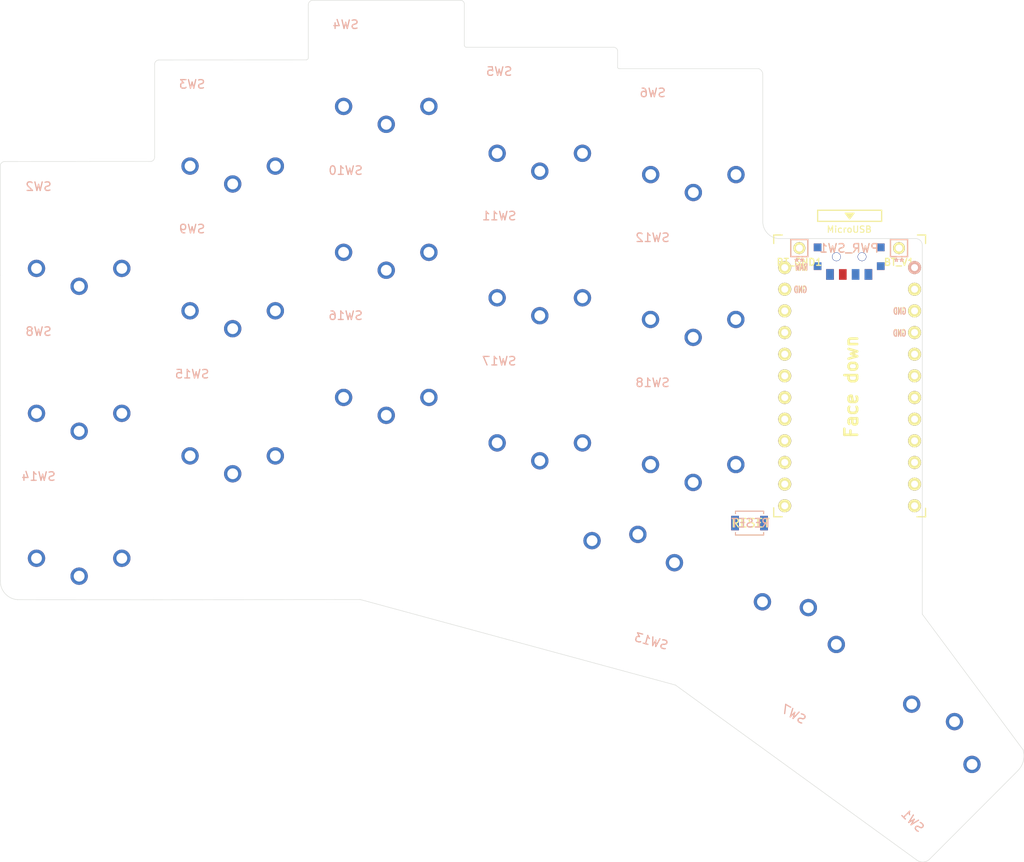
<source format=kicad_pcb>
(kicad_pcb (version 20211014) (generator pcbnew)
  (layers (0 "F.Cu" signal) (31 "B.Cu" signal) (34 "B.Paste" user) (35 "F.Paste" user) (36 "B.SilkS" user "B.Silkscreen") (37 "F.SilkS" user "F.Silkscreen") (38 "B.Mask" user) (39 "F.Mask" user) (44 "Edge.Cuts" user))
  (net 0 "")
  (net 1 "Net-(BT_V1-Pad1)")
  (net 2 "Net-(RSW1-Pad1)")
  (net 3 "GND")
  (net 4 "switch1")
  (net 5 "switch6")
  (net 6 "switch11")
  (net 7 "switch16")
  (net 8 "switch2")
  (net 9 "switch7")
  (net 10 "switch12")
  (net 11 "switch17")
  (net 12 "switch3")
  (net 13 "switch8")
  (net 14 "switch13")
  (net 15 "switch18")
  (net 16 "switch4")
  (net 17 "switch9")
  (net 18 "switch14")
  (net 19 "switch5")
  (net 20 "switch10")
  (net 21 "switch15")
  (net 40 "VCC")
  (net 41 "Net-(PWR_SW1-Pad3)")
  (footprint "kbd:ProMicro_v3_min" (layer "F.Cu") (at 120.711158 67.564)
    (fp_text reference "U1" hide)
    (fp_text value "ProMicro" hide)
    (fp_text user "RAW" (at -5.64 -14.52 unlocked) (layer "B.SilkS") (effects (font (size 0.75 0.5) (thickness 0.125)) (justify mirror)))
    (fp_text user "GND" (at -5.77 -11.88) (layer "B.SilkS") (effects (font (size 0.75 0.5) (thickness 0.125)) (justify mirror)))
    (fp_text user "" (at -1.2065 -16.256) (layer "B.SilkS") (effects (justify mirror)))
    (fp_text user "GND" (at 5.88 -9.35) (layer "B.SilkS") (effects (font (size 0.75 0.5) (thickness 0.125)) (justify mirror)))
    (fp_text user "GND" (at 5.86 -6.77) (layer "B.SilkS") (effects (font (size 0.75 0.5) (thickness 0.125)) (justify mirror)))
    (fp_text user "GND" (at -5.77 -11.91) (layer "F.SilkS") (effects (font (size 0.75 0.5) (thickness 0.125))))
    (fp_text user "GND" (at 5.86 -6.8) (layer "F.SilkS") (effects (font (size 0.75 0.5) (thickness 0.125))))
    (fp_text user "" (at -0.5 -17.25) (layer "F.SilkS"))
    (fp_text user "GND" (at 5.88 -9.38) (layer "F.SilkS") (effects (font (size 0.75 0.5) (thickness 0.125))))
    (fp_text user "MicroUSB" (at -0.05 -18.95) (layer "F.SilkS") (effects (font (size 0.75 0.75) (thickness 0.12))))
    (fp_text user "RAW" (at -5.646009 -14.477575) (layer "F.SilkS") (effects (font (size 0.75 0.5) (thickness 0.125))))
    (fp_line (start 8.9 14.75) (end 7.89 14.75) (layer "F.SilkS") (width 0.15))
    (fp_line (start 0.5 -20.85) (end 0 -20.2) (layer "F.SilkS") (width 0.15))
    (fp_line (start -8.9 14.75) (end -7.9 14.75) (layer "F.SilkS") (width 0.15))
    (fp_line (start -8.9 -18.3) (end -7.9 -18.3) (layer "F.SilkS") (width 0.15))
    (fp_line (start 3.75 -21.2) (end -3.75 -21.2) (layer "F.SilkS") (width 0.15))
    (fp_line (start -0.15 -20.4) (end 0.15 -20.4) (layer "F.SilkS") (width 0.15))
    (fp_line (start -0.5 -20.85) (end 0.5 -20.85) (layer "F.SilkS") (width 0.15))
    (fp_line (start 8.9 -18.3) (end 8.9 -17.3) (layer "F.SilkS") (width 0.15))
    (fp_line (start 3.75 -19.9) (end 3.75 -21.2) (layer "F.SilkS") (width 0.15))
    (fp_line (start 0 -20.2) (end -0.5 -20.85) (layer "F.SilkS") (width 0.15))
    (fp_line (start -8.9 13.7) (end -8.9 14.75) (layer "F.SilkS") (width 0.15))
    (fp_line (start -3.75 -19.9) (end 3.75 -19.9) (layer "F.SilkS") (width 0.15))
    (fp_line (start -0.25 -20.55) (end 0.25 -20.55) (layer "F.SilkS") (width 0.15))
    (fp_line (start 8.9 13.75) (end 8.9 14.75) (layer "F.SilkS") (width 0.15))
    (fp_line (start 8.9 -18.3) (end 7.95 -18.3) (layer "F.SilkS") (width 0.15))
    (fp_line (start -8.9 -18.3) (end -8.9 -17.3) (layer "F.SilkS") (width 0.15))
    (fp_line (start -0.35 -20.7) (end 0.35 -20.7) (layer "F.SilkS") (width 0.15))
    (fp_line (start -3.75 -21.2) (end -3.75 -19.9) (layer "F.SilkS") (width 0.15))
    (pad "1" thru_hole circle locked (at 7.6114 -14.478) (size 1.524 1.524) (drill 0.8128) (layers *.Cu *.SilkS *.Mask))
    (pad "2" thru_hole circle locked (at 7.6114 -11.938) (size 1.524 1.524) (drill 0.8128) (layers *.Cu "F.SilkS" "B.Mask"))
    (pad "3" thru_hole circle locked (at 7.6114 -9.398) (size 1.524 1.524) (drill 0.8128) (layers *.Cu "F.SilkS" "B.Mask") (net 3 "GND"))
    (pad "4" thru_hole circle locked (at 7.6114 -6.858) (size 1.524 1.524) (drill 0.8128) (layers *.Cu "F.SilkS" "B.Mask") (net 3 "GND"))
    (pad "5" thru_hole circle locked (at 7.6114 -4.318) (size 1.524 1.524) (drill 0.8128) (layers *.Cu "F.SilkS" "B.Mask"))
    (pad "6" thru_hole circle locked (at 7.6114 -1.778) (size 1.524 1.524) (drill 0.8128) (layers *.Cu "F.SilkS" "B.Mask"))
    (pad "7" thru_hole circle locked (at 7.6114 0.762) (size 1.524 1.524) (drill 0.8128) (layers *.Cu "F.SilkS" "B.Mask"))
    (pad "8" thru_hole circle locked (at 7.6114 3.302) (size 1.524 1.524) (drill 0.8128) (layers *.Cu "F.SilkS" "B.Mask"))
    (pad "9" thru_hole circle locked (at 7.6114 5.842) (size 1.524 1.524) (drill 0.8128) (layers *.Cu "F.SilkS" "B.Mask"))
    (pad "10" thru_hole circle locked (at 7.6114 8.382) (size 1.524 1.524) (drill 0.8128) (layers *.Cu "F.SilkS" "B.Mask"))
    (pad "11" thru_hole circle locked (at 7.6114 10.922) (size 1.524 1.524) (drill 0.8128) (layers *.Cu "F.SilkS" "B.Mask"))
    (pad "12" thru_hole circle locked (at 7.6114 13.462) (size 1.524 1.524) (drill 0.8128) (layers *.Cu "F.SilkS" "B.Mask"))
    (pad "13" thru_hole circle locked (at -7.6086 13.462) (size 1.524 1.524) (drill 0.8128) (layers *.Cu "F.SilkS" "B.Mask"))
    (pad "14" thru_hole circle locked (at -7.6086 10.922) (size 1.524 1.524) (drill 0.8128) (layers *.Cu "F.SilkS" "B.Mask"))
    (pad "15" thru_hole circle locked (at -7.6086 8.382) (size 1.524 1.524) (drill 0.8128) (layers *.Cu "F.SilkS" "B.Mask"))
    (pad "16" thru_hole circle locked (at -7.6086 5.842) (size 1.524 1.524) (drill 0.8128) (layers *.Cu "F.SilkS" "B.Mask"))
    (pad "17" thru_hole circle locked (at -7.6086 3.302) (size 1.524 1.524) (drill 0.8128) (layers *.Cu "F.SilkS" "B.Mask"))
    (pad "18" thru_hole circle locked (at -7.6086 0.762) (size 1.524 1.524) (drill 0.8128) (layers *.Cu "F.SilkS" "B.Mask"))
    (pad "19" thru_hole circle locked (at -7.6086 -1.778) (size 1.524 1.524) (drill 0.8128) (layers *.Cu "F.SilkS" "B.Mask"))
    (pad "20" thru_hole circle locked (at -7.6086 -4.318) (size 1.524 1.524) (drill 0.8128) (layers *.Cu "F.SilkS" "B.Mask"))
    (pad "21" thru_hole circle locked (at -7.6086 -6.858) (size 1.524 1.524) (drill 0.8128) (layers *.Cu "F.SilkS" "B.Mask") (net 40 "VCC"))
    (pad "22" thru_hole circle locked (at -7.6086 -9.398) (size 1.524 1.524) (drill 0.8128) (layers *.Cu "F.SilkS" "B.Mask") (net 2 "Net-(RSW1-Pad1)"))
    (pad "23" thru_hole circle locked (at -7.6086 -11.938) (size 1.524 1.524) (drill 0.8128) (layers *.Cu "F.SilkS" "B.Mask") (net 3 "GND"))
    (pad "24" thru_hole circle locked (at -7.6086 -14.478) (size 1.524 1.524) (drill 0.8128) (layers *.Cu "F.SilkS" "B.Mask") (net 41 "Net-(PWR_SW1-Pad3)"))
  )
  (footprint "Exkeylibur:choc_switch_reversible" (layer "F.Cu") (at 66.389158 64.516)
    (fp_text reference "SW16" hide)
    (fp_text value "SW_Push" hide)
    (fp_text user "${REFERENCE}" (at -4.76 -5.8) (layer "B.SilkS") (effects (justify mirror)))
    (pad "" np_thru_hole circle (at 0 0) (size 3.429 3.429) (drill 3.429) (layers *.Cu *.Mask))
    (pad "" np_thru_hole circle (at 5.22 -4.2) (size 0.9906 0.9906) (drill 0.9906) (layers *.Cu *.Mask))
    (pad "" np_thru_hole circle (at 5.5 0) (size 1.7018 1.7018) (drill 1.7018) (layers *.Cu *.Mask))
    (pad "" np_thru_hole circle (at -5.22 -4.2) (size 0.9906 0.9906) (drill 0.9906) (layers *.Cu *.Mask))
    (pad "" np_thru_hole circle (at -5.5 0) (size 1.7018 1.7018) (drill 1.7018) (layers *.Cu *.Mask))
    (pad "1" thru_hole circle (at 0 5.9) (size 2.032 2.032) (drill 1.27) (layers *.Cu *.Mask) (net 7 "switch16"))
    (pad "2" thru_hole circle (at 5 3.8) (size 2.032 2.032) (drill 1.27) (layers *.Cu *.Mask) (net 3 "GND"))
    (pad "2" thru_hole circle (at -5 3.8) (size 2.032 2.032) (drill 1.27) (layers *.Cu *.Mask) (net 3 "GND"))
  )
  (footprint "Exkeylibur:choc_switch_reversible" (layer "F.Cu") (at 112.919158 98.082 150)
    (fp_text reference "SW7" hide)
    (fp_text value "SW_Push" hide)
    (fp_text user "${REFERENCE}" (at -4.76 -5.8 150) (layer "B.SilkS") (effects (justify mirror)))
    (pad "" np_thru_hole circle (at -5.22 -4.2 150) (size 0.9906 0.9906) (drill 0.9906) (layers *.Cu *.Mask))
    (pad "" np_thru_hole circle (at 0 0 150) (size 3.429 3.429) (drill 3.429) (layers *.Cu *.Mask))
    (pad "" np_thru_hole circle (at -5.5 0 150) (size 1.7018 1.7018) (drill 1.7018) (layers *.Cu *.Mask))
    (pad "" np_thru_hole circle (at 5.5 0 150) (size 1.7018 1.7018) (drill 1.7018) (layers *.Cu *.Mask))
    (pad "" np_thru_hole circle (at 5.22 -4.2 150) (size 0.9906 0.9906) (drill 0.9906) (layers *.Cu *.Mask))
    (pad "1" thru_hole circle (at 0 5.9 150) (size 2.032 2.032) (drill 1.27) (layers *.Cu *.Mask) (net 9 "switch7"))
    (pad "2" thru_hole circle (at -5 3.8 150) (size 2.032 2.032) (drill 1.27) (layers *.Cu *.Mask) (net 3 "GND"))
    (pad "2" thru_hole circle (at 5 3.8 150) (size 2.032 2.032) (drill 1.27) (layers *.Cu *.Mask) (net 3 "GND"))
  )
  (footprint "Exkeylibur:choc_switch_reversible" (layer "F.Cu") (at 48.389158 71.374)
    (fp_text reference "SW15" hide)
    (fp_text value "SW_Push" hide)
    (fp_text user "${REFERENCE}" (at -4.76 -5.8) (layer "B.SilkS") (effects (justify mirror)))
    (pad "" np_thru_hole circle (at 5.22 -4.2) (size 0.9906 0.9906) (drill 0.9906) (layers *.Cu *.Mask))
    (pad "" np_thru_hole circle (at -5.22 -4.2) (size 0.9906 0.9906) (drill 0.9906) (layers *.Cu *.Mask))
    (pad "" np_thru_hole circle (at 0 0) (size 3.429 3.429) (drill 3.429) (layers *.Cu *.Mask))
    (pad "" np_thru_hole circle (at -5.5 0) (size 1.7018 1.7018) (drill 1.7018) (layers *.Cu *.Mask))
    (pad "" np_thru_hole circle (at 5.5 0) (size 1.7018 1.7018) (drill 1.7018) (layers *.Cu *.Mask))
    (pad "1" thru_hole circle (at 0 5.9) (size 2.032 2.032) (drill 1.27) (layers *.Cu *.Mask) (net 21 "switch15"))
    (pad "2" thru_hole circle (at 5 3.8) (size 2.032 2.032) (drill 1.27) (layers *.Cu *.Mask) (net 3 "GND"))
    (pad "2" thru_hole circle (at -5 3.8) (size 2.032 2.032) (drill 1.27) (layers *.Cu *.Mask) (net 3 "GND"))
  )
  (footprint "Exkeylibur:choc_switch_reversible" (layer "F.Cu") (at 94.359158 90.082 165)
    (fp_text reference "SW13" hide)
    (fp_text value "SW_Push" hide)
    (fp_text user "${REFERENCE}" (at -4.76 -5.8 165) (layer "B.SilkS") (effects (justify mirror)))
    (pad "" np_thru_hole circle (at -5.22 -4.2 165) (size 0.9906 0.9906) (drill 0.9906) (layers *.Cu *.Mask))
    (pad "" np_thru_hole circle (at 5.5 0 165) (size 1.7018 1.7018) (drill 1.7018) (layers *.Cu *.Mask))
    (pad "" np_thru_hole circle (at 5.22 -4.2 165) (size 0.9906 0.9906) (drill 0.9906) (layers *.Cu *.Mask))
    (pad "" np_thru_hole circle (at -5.5 0 165) (size 1.7018 1.7018) (drill 1.7018) (layers *.Cu *.Mask))
    (pad "" np_thru_hole circle (at 0 0 165) (size 3.429 3.429) (drill 3.429) (layers *.Cu *.Mask))
    (pad "1" thru_hole circle (at 0 5.9 165) (size 2.032 2.032) (drill 1.27) (layers *.Cu *.Mask) (net 14 "switch13"))
    (pad "2" thru_hole circle (at -5 3.8 165) (size 2.032 2.032) (drill 1.27) (layers *.Cu *.Mask) (net 3 "GND"))
    (pad "2" thru_hole circle (at 5 3.8 165) (size 2.032 2.032) (drill 1.27) (layers *.Cu *.Mask) (net 3 "GND"))
  )
  (footprint "Exkeylibur:choc_switch_reversible" (layer "F.Cu") (at 84.389158 69.85)
    (fp_text reference "SW17" hide)
    (fp_text value "SW_Push" hide)
    (fp_text user "${REFERENCE}" (at -4.76 -5.8) (layer "B.SilkS") (effects (justify mirror)))
    (pad "" np_thru_hole circle (at -5.5 0) (size 1.7018 1.7018) (drill 1.7018) (layers *.Cu *.Mask))
    (pad "" np_thru_hole circle (at -5.22 -4.2) (size 0.9906 0.9906) (drill 0.9906) (layers *.Cu *.Mask))
    (pad "" np_thru_hole circle (at 0 0) (size 3.429 3.429) (drill 3.429) (layers *.Cu *.Mask))
    (pad "" np_thru_hole circle (at 5.5 0) (size 1.7018 1.7018) (drill 1.7018) (layers *.Cu *.Mask))
    (pad "" np_thru_hole circle (at 5.22 -4.2) (size 0.9906 0.9906) (drill 0.9906) (layers *.Cu *.Mask))
    (pad "1" thru_hole circle (at 0 5.9) (size 2.032 2.032) (drill 1.27) (layers *.Cu *.Mask) (net 11 "switch17"))
    (pad "2" thru_hole circle (at -5 3.8) (size 2.032 2.032) (drill 1.27) (layers *.Cu *.Mask) (net 3 "GND"))
    (pad "2" thru_hole circle (at 5 3.8) (size 2.032 2.032) (drill 1.27) (layers *.Cu *.Mask) (net 3 "GND"))
  )
  (footprint "Exkeylibur:choc_switch_reversible" (layer "F.Cu") (at 102.369158 72.39)
    (fp_text reference "SW18" hide)
    (fp_text value "SW_Push" hide)
    (fp_text user "${REFERENCE}" (at -4.76 -5.8) (layer "B.SilkS") (effects (justify mirror)))
    (pad "" np_thru_hole circle (at 0 0) (size 3.429 3.429) (drill 3.429) (layers *.Cu *.Mask))
    (pad "" np_thru_hole circle (at 5.22 -4.2) (size 0.9906 0.9906) (drill 0.9906) (layers *.Cu *.Mask))
    (pad "" np_thru_hole circle (at -5.5 0) (size 1.7018 1.7018) (drill 1.7018) (layers *.Cu *.Mask))
    (pad "" np_thru_hole circle (at 5.5 0) (size 1.7018 1.7018) (drill 1.7018) (layers *.Cu *.Mask))
    (pad "" np_thru_hole circle (at -5.22 -4.2) (size 0.9906 0.9906) (drill 0.9906) (layers *.Cu *.Mask))
    (pad "1" thru_hole circle (at 0 5.9) (size 2.032 2.032) (drill 1.27) (layers *.Cu *.Mask) (net 15 "switch18"))
    (pad "2" thru_hole circle (at -5 3.8) (size 2.032 2.032) (drill 1.27) (layers *.Cu *.Mask) (net 3 "GND"))
    (pad "2" thru_hole circle (at 5 3.8) (size 2.032 2.032) (drill 1.27) (layers *.Cu *.Mask) (net 3 "GND"))
  )
  (footprint "Exkeylibur:choc_switch_reversible" (layer "F.Cu") (at 66.389158 30.382)
    (fp_text reference "SW4" hide)
    (fp_text value "SW_Push" hide)
    (fp_text user "${REFERENCE}" (at -4.76 -5.8) (layer "B.SilkS") (effects (justify mirror)))
    (pad "" np_thru_hole circle (at 0 0) (size 3.429 3.429) (drill 3.429) (layers *.Cu *.Mask))
    (pad "" np_thru_hole circle (at -5.22 -4.2) (size 0.9906 0.9906) (drill 0.9906) (layers *.Cu *.Mask))
    (pad "" np_thru_hole circle (at 5.5 0) (size 1.7018 1.7018) (drill 1.7018) (layers *.Cu *.Mask))
    (pad "" np_thru_hole circle (at -5.5 0) (size 1.7018 1.7018) (drill 1.7018) (layers *.Cu *.Mask))
    (pad "" np_thru_hole circle (at 5.22 -4.2) (size 0.9906 0.9906) (drill 0.9906) (layers *.Cu *.Mask))
    (pad "1" thru_hole circle (at 0 5.9) (size 2.032 2.032) (drill 1.27) (layers *.Cu *.Mask) (net 16 "switch4"))
    (pad "2" thru_hole circle (at 5 3.8) (size 2.032 2.032) (drill 1.27) (layers *.Cu *.Mask) (net 3 "GND"))
    (pad "2" thru_hole circle (at -5 3.8) (size 2.032 2.032) (drill 1.27) (layers *.Cu *.Mask) (net 3 "GND"))
  )
  (footprint "Exkeylibur:choc_switch_reversible" (layer "F.Cu") (at 48.389158 37.382)
    (fp_text reference "SW3" hide)
    (fp_text value "SW_Push" hide)
    (fp_text user "${REFERENCE}" (at -4.76 -5.8) (layer "B.SilkS") (effects (justify mirror)))
    (pad "" np_thru_hole circle (at -5.22 -4.2) (size 0.9906 0.9906) (drill 0.9906) (layers *.Cu *.Mask))
    (pad "" np_thru_hole circle (at 5.22 -4.2) (size 0.9906 0.9906) (drill 0.9906) (layers *.Cu *.Mask))
    (pad "" np_thru_hole circle (at 5.5 0) (size 1.7018 1.7018) (drill 1.7018) (layers *.Cu *.Mask))
    (pad "" np_thru_hole circle (at 0 0) (size 3.429 3.429) (drill 3.429) (layers *.Cu *.Mask))
    (pad "" np_thru_hole circle (at -5.5 0) (size 1.7018 1.7018) (drill 1.7018) (layers *.Cu *.Mask))
    (pad "1" thru_hole circle (at 0 5.9) (size 2.032 2.032) (drill 1.27) (layers *.Cu *.Mask) (net 12 "switch3"))
    (pad "2" thru_hole circle (at 5 3.8) (size 2.032 2.032) (drill 1.27) (layers *.Cu *.Mask) (net 3 "GND"))
    (pad "2" thru_hole circle (at -5 3.8) (size 2.032 2.032) (drill 1.27) (layers *.Cu *.Mask) (net 3 "GND"))
  )
  (footprint "Exkeylibur:choc_switch_reversible" (layer "F.Cu") (at 48.389158 54.356)
    (fp_text reference "SW9" hide)
    (fp_text value "SW_Push" hide)
    (fp_text user "${REFERENCE}" (at -4.76 -5.8) (layer "B.SilkS") (effects (justify mirror)))
    (pad "" np_thru_hole circle (at 0 0) (size 3.429 3.429) (drill 3.429) (layers *.Cu *.Mask))
    (pad "" np_thru_hole circle (at 5.22 -4.2) (size 0.9906 0.9906) (drill 0.9906) (layers *.Cu *.Mask))
    (pad "" np_thru_hole circle (at 5.5 0) (size 1.7018 1.7018) (drill 1.7018) (layers *.Cu *.Mask))
    (pad "" np_thru_hole circle (at -5.5 0) (size 1.7018 1.7018) (drill 1.7018) (layers *.Cu *.Mask))
    (pad "" np_thru_hole circle (at -5.22 -4.2) (size 0.9906 0.9906) (drill 0.9906) (layers *.Cu *.Mask))
    (pad "1" thru_hole circle (at 0 5.9) (size 2.032 2.032) (drill 1.27) (layers *.Cu *.Mask) (net 17 "switch9"))
    (pad "2" thru_hole circle (at -5 3.8) (size 2.032 2.032) (drill 1.27) (layers *.Cu *.Mask) (net 3 "GND"))
    (pad "2" thru_hole circle (at 5 3.8) (size 2.032 2.032) (drill 1.27) (layers *.Cu *.Mask) (net 3 "GND"))
  )
  (footprint "Exkeylibur:choc_switch_reversible" (layer "F.Cu") (at 30.389158 83.382)
    (fp_text reference "SW14" hide)
    (fp_text value "SW_Push" hide)
    (fp_text user "${REFERENCE}" (at -4.76 -5.8) (layer "B.SilkS") (effects (justify mirror)))
    (pad "" np_thru_hole circle (at 0 0) (size 3.429 3.429) (drill 3.429) (layers *.Cu *.Mask))
    (pad "" np_thru_hole circle (at 5.5 0) (size 1.7018 1.7018) (drill 1.7018) (layers *.Cu *.Mask))
    (pad "" np_thru_hole circle (at -5.5 0) (size 1.7018 1.7018) (drill 1.7018) (layers *.Cu *.Mask))
    (pad "" np_thru_hole circle (at -5.22 -4.2) (size 0.9906 0.9906) (drill 0.9906) (layers *.Cu *.Mask))
    (pad "" np_thru_hole circle (at 5.22 -4.2) (size 0.9906 0.9906) (drill 0.9906) (layers *.Cu *.Mask))
    (pad "1" thru_hole circle (at 0 5.9) (size 2.032 2.032) (drill 1.27) (layers *.Cu *.Mask) (net 18 "switch14"))
    (pad "2" thru_hole circle (at 5 3.8) (size 2.032 2.032) (drill 1.27) (layers *.Cu *.Mask) (net 3 "GND"))
    (pad "2" thru_hole circle (at -5 3.8) (size 2.032 2.032) (drill 1.27) (layers *.Cu *.Mask) (net 3 "GND"))
  )
  (footprint "Exkeylibur:choc_switch_reversible" (layer "F.Cu") (at 102.369158 55.372)
    (fp_text reference "SW12" hide)
    (fp_text value "SW_Push" hide)
    (fp_text user "${REFERENCE}" (at -4.76 -5.8) (layer "B.SilkS") (effects (justify mirror)))
    (pad "" np_thru_hole circle (at 0 0) (size 3.429 3.429) (drill 3.429) (layers *.Cu *.Mask))
    (pad "" np_thru_hole circle (at 5.5 0) (size 1.7018 1.7018) (drill 1.7018) (layers *.Cu *.Mask))
    (pad "" np_thru_hole circle (at -5.5 0) (size 1.7018 1.7018) (drill 1.7018) (layers *.Cu *.Mask))
    (pad "" np_thru_hole circle (at 5.22 -4.2) (size 0.9906 0.9906) (drill 0.9906) (layers *.Cu *.Mask))
    (pad "" np_thru_hole circle (at -5.22 -4.2) (size 0.9906 0.9906) (drill 0.9906) (layers *.Cu *.Mask))
    (pad "1" thru_hole circle (at 0 5.9) (size 2.032 2.032) (drill 1.27) (layers *.Cu *.Mask) (net 10 "switch12"))
    (pad "2" thru_hole circle (at 5 3.8) (size 2.032 2.032) (drill 1.27) (layers *.Cu *.Mask) (net 3 "GND"))
    (pad "2" thru_hole circle (at -5 3.8) (size 2.032 2.032) (drill 1.27) (layers *.Cu *.Mask) (net 3 "GND"))
  )
  (footprint "Exkeylibur:choc_switch_reversible" (layer "F.Cu") (at 84.389158 52.832)
    (fp_text reference "SW11" hide)
    (fp_text value "SW_Push" hide)
    (fp_text user "${REFERENCE}" (at -4.76 -5.8) (layer "B.SilkS") (effects (justify mirror)))
    (pad "" np_thru_hole circle (at -5.5 0) (size 1.7018 1.7018) (drill 1.7018) (layers *.Cu *.Mask))
    (pad "" np_thru_hole circle (at 0 0) (size 3.429 3.429) (drill 3.429) (layers *.Cu *.Mask))
    (pad "" np_thru_hole circle (at 5.22 -4.2) (size 0.9906 0.9906) (drill 0.9906) (layers *.Cu *.Mask))
    (pad "" np_thru_hole circle (at -5.22 -4.2) (size 0.9906 0.9906) (drill 0.9906) (layers *.Cu *.Mask))
    (pad "" np_thru_hole circle (at 5.5 0) (size 1.7018 1.7018) (drill 1.7018) (layers *.Cu *.Mask))
    (pad "1" thru_hole circle (at 0 5.9) (size 2.032 2.032) (drill 1.27) (layers *.Cu *.Mask) (net 6 "switch11"))
    (pad "2" thru_hole circle (at -5 3.8) (size 2.032 2.032) (drill 1.27) (layers *.Cu *.Mask) (net 3 "GND"))
    (pad "2" thru_hole circle (at 5 3.8) (size 2.032 2.032) (drill 1.27) (layers *.Cu *.Mask) (net 3 "GND"))
  )
  (footprint "Exkeylibur:choc_switch_reversible" (layer "F.Cu") (at 30.389158 66.382)
    (fp_text reference "SW8" hide)
    (fp_text value "SW_Push" hide)
    (fp_text user "${REFERENCE}" (at -4.76 -5.8) (layer "B.SilkS") (effects (justify mirror)))
    (pad "" np_thru_hole circle (at -5.5 0) (size 1.7018 1.7018) (drill 1.7018) (layers *.Cu *.Mask))
    (pad "" np_thru_hole circle (at -5.22 -4.2) (size 0.9906 0.9906) (drill 0.9906) (layers *.Cu *.Mask))
    (pad "" np_thru_hole circle (at 5.5 0) (size 1.7018 1.7018) (drill 1.7018) (layers *.Cu *.Mask))
    (pad "" np_thru_hole circle (at 0 0) (size 3.429 3.429) (drill 3.429) (layers *.Cu *.Mask))
    (pad "" np_thru_hole circle (at 5.22 -4.2) (size 0.9906 0.9906) (drill 0.9906) (layers *.Cu *.Mask))
    (pad "1" thru_hole circle (at 0 5.9) (size 2.032 2.032) (drill 1.27) (layers *.Cu *.Mask) (net 13 "switch8"))
    (pad "2" thru_hole circle (at -5 3.8) (size 2.032 2.032) (drill 1.27) (layers *.Cu *.Mask) (net 3 "GND"))
    (pad "2" thru_hole circle (at 5 3.8) (size 2.032 2.032) (drill 1.27) (layers *.Cu *.Mask) (net 3 "GND"))
  )
  (footprint "Exkeylibur:choc_switch_reversible" (layer "F.Cu") (at 102.389158 38.382)
    (fp_text reference "SW6" hide)
    (fp_text value "SW_Push" hide)
    (fp_text user "${REFERENCE}" (at -4.76 -5.8) (layer "B.SilkS") (effects (justify mirror)))
    (pad "" np_thru_hole circle (at 5.22 -4.2) (size 0.9906 0.9906) (drill 0.9906) (layers *.Cu *.Mask))
    (pad "" np_thru_hole circle (at -5.22 -4.2) (size 0.9906 0.9906) (drill 0.9906) (layers *.Cu *.Mask))
    (pad "" np_thru_hole circle (at 0 0) (size 3.429 3.429) (drill 3.429) (layers *.Cu *.Mask))
    (pad "" np_thru_hole circle (at 5.5 0) (size 1.7018 1.7018) (drill 1.7018) (layers *.Cu *.Mask))
    (pad "" np_thru_hole circle (at -5.5 0) (size 1.7018 1.7018) (drill 1.7018) (layers *.Cu *.Mask))
    (pad "1" thru_hole circle (at 0 5.9) (size 2.032 2.032) (drill 1.27) (layers *.Cu *.Mask) (net 5 "switch6"))
    (pad "2" thru_hole circle (at 5 3.8) (size 2.032 2.032) (drill 1.27) (layers *.Cu *.Mask) (net 3 "GND"))
    (pad "2" thru_hole circle (at -5 3.8) (size 2.032 2.032) (drill 1.27) (layers *.Cu *.Mask) (net 3 "GND"))
  )
  (footprint "Exkeylibur:choc_switch_reversible" (layer "F.Cu") (at 84.389158 35.882)
    (fp_text reference "SW5" hide)
    (fp_text value "SW_Push" hide)
    (fp_text user "${REFERENCE}" (at -4.76 -5.8) (layer "B.SilkS") (effects (justify mirror)))
    (pad "" np_thru_hole circle (at -5.5 0) (size 1.7018 1.7018) (drill 1.7018) (layers *.Cu *.Mask))
    (pad "" np_thru_hole circle (at 5.22 -4.2) (size 0.9906 0.9906) (drill 0.9906) (layers *.Cu *.Mask))
    (pad "" np_thru_hole circle (at -5.22 -4.2) (size 0.9906 0.9906) (drill 0.9906) (layers *.Cu *.Mask))
    (pad "" np_thru_hole circle (at 5.5 0) (size 1.7018 1.7018) (drill 1.7018) (layers *.Cu *.Mask))
    (pad "" np_thru_hole circle (at 0 0) (size 3.429 3.429) (drill 3.429) (layers *.Cu *.Mask))
    (pad "1" thru_hole circle (at 0 5.9) (size 2.032 2.032) (drill 1.27) (layers *.Cu *.Mask) (net 19 "switch5"))
    (pad "2" thru_hole circle (at -5 3.8) (size 2.032 2.032) (drill 1.27) (layers *.Cu *.Mask) (net 3 "GND"))
    (pad "2" thru_hole circle (at 5 3.8) (size 2.032 2.032) (drill 1.27) (layers *.Cu *.Mask) (net 3 "GND"))
  )
  (footprint "Exkeylibur:choc_switch_reversible" (layer "F.Cu") (at 30.389158 49.382)
    (fp_text reference "SW2" hide)
    (fp_text value "SW_Push" hide)
    (fp_text user "${REFERENCE}" (at -4.76 -5.8) (layer "B.SilkS") (effects (justify mirror)))
    (pad "" np_thru_hole circle (at 5.5 0) (size 1.7018 1.7018) (drill 1.7018) (layers *.Cu *.Mask))
    (pad "" np_thru_hole circle (at -5.22 -4.2) (size 0.9906 0.9906) (drill 0.9906) (layers *.Cu *.Mask))
    (pad "" np_thru_hole circle (at -5.5 0) (size 1.7018 1.7018) (drill 1.7018) (layers *.Cu *.Mask))
    (pad "" np_thru_hole circle (at 0 0) (size 3.429 3.429) (drill 3.429) (layers *.Cu *.Mask))
    (pad "" np_thru_hole circle (at 5.22 -4.2) (size 0.9906 0.9906) (drill 0.9906) (layers *.Cu *.Mask))
    (pad "1" thru_hole circle (at 0 5.9) (size 2.032 2.032) (drill 1.27) (layers *.Cu *.Mask) (net 8 "switch2"))
    (pad "2" thru_hole circle (at -5 3.8) (size 2.032 2.032) (drill 1.27) (layers *.Cu *.Mask) (net 3 "GND"))
    (pad "2" thru_hole circle (at 5 3.8) (size 2.032 2.032) (drill 1.27) (layers *.Cu *.Mask) (net 3 "GND"))
  )
  (footprint "Exkeylibur:reset_switch" (layer "F.Cu") (at 108.973158 83.058)
    (fp_text reference "RSW1" hide)
    (fp_text value "SW_Push")
    (fp_text user "RESET" (at 0.127 0) (layer "B.SilkS") (effects (justify mirror)))
    (fp_line (start -1.65 -1.4) (end 1.65 -1.4) (layer "F.SilkS") (width 0.12))
    (fp_line (start -1.65 1.1) (end -1.65 1.4) (layer "F.SilkS") (width 0.12))
    (fp_line (start 1.65 -1.4) (end 1.65 -1.1) (layer "F.SilkS") (width 0.12))
    (fp_line (start 1.65 1.4) (end 1.65 1.1) (layer "F.SilkS") (width 0.12))
    (fp_line (start -1.65 1.4) (end 1.65 1.4) (layer "F.SilkS") (width 0.12))
    (fp_line (start -1.65 -1.1) (end -1.65 -1.4) (layer "F.SilkS") (width 0.12))
    (pad "1" smd rect (at -1.7 0) (size 0.9 1.7) (layers "F.Cu" "F.Paste" "F.Mask") (net 2 "Net-(RSW1-Pad1)"))
    (pad "2" smd rect (at 1.7 0) (size 0.9 1.7) (layers "F.Cu" "F.Paste" "F.Mask") (net 3 "GND"))
  )
  (footprint "Exkeylibur:choc_switch_reversible" (layer "F.Cu") (at 66.389158 47.498)
    (fp_text reference "SW10" hide)
    (fp_text value "SW_Push" hide)
    (fp_text user "${REFERENCE}" (at -4.76 -5.8) (layer "B.SilkS") (effects (justify mirror)))
    (pad "" np_thru_hole circle (at 5.22 -4.2) (size 0.9906 0.9906) (drill 0.9906) (layers *.Cu *.Mask))
    (pad "" np_thru_hole circle (at 0 0) (size 3.429 3.429) (drill 3.429) (layers *.Cu *.Mask))
    (pad "" np_thru_hole circle (at -5.22 -4.2) (size 0.9906 0.9906) (drill 0.9906) (layers *.Cu *.Mask))
    (pad "" np_thru_hole circle (at -5.5 0) (size 1.7018 1.7018) (drill 1.7018) (layers *.Cu *.Mask))
    (pad "" np_thru_hole circle (at 5.5 0) (size 1.7018 1.7018) (drill 1.7018) (layers *.Cu *.Mask))
    (pad "1" thru_hole circle (at 0 5.9) (size 2.032 2.032) (drill 1.27) (layers *.Cu *.Mask) (net 20 "switch10"))
    (pad "2" thru_hole circle (at 5 3.8) (size 2.032 2.032) (drill 1.27) (layers *.Cu *.Mask) (net 3 "GND"))
    (pad "2" thru_hole circle (at -5 3.8) (size 2.032 2.032) (drill 1.27) (layers *.Cu *.Mask) (net 3 "GND"))
  )
  (footprint "Exkeylibur:Bat_MountingHole" (layer "F.Cu") (at 126.499158 50.8)
    (fp_text reference "BT_V1" (at 0 1.651) (layer "F.SilkS") (effects (font (size 0.8128 0.8128))))
    (fp_text value "MountingHole_Pad" hide)
    (fp_text user "**" (at 0 1.651) (layer "B.SilkS") (effects (font (size 0.8128 0.8128)) (justify mirror)))
    (fp_line (start 1 1) (end -1 1) (layer "B.SilkS") (width 0.15))
    (fp_line (start 1 -1) (end 1 1) (layer "B.SilkS") (width 0.15))
    (fp_line (start -1 -1) (end 1 -1) (layer "B.SilkS") (width 0.15))
    (fp_line (start -1 1) (end -1 -1) (layer "B.SilkS") (width 0.15))
    (fp_line (start 1 -1) (end -1 -1) (layer "F.SilkS") (width 0.15))
    (fp_line (start -1 1) (end 1 1) (layer "F.SilkS") (width 0.15))
    (fp_line (start -1 -1) (end -1 1) (layer "F.SilkS") (width 0.15))
    (fp_line (start 1 1) (end 1 -1) (layer "F.SilkS") (width 0.15))
    (pad "1" thru_hole circle (at 0 0) (size 1.397 1.397) (drill 0.8128) (layers *.Cu *.Mask "F.SilkS") (net 1 "Net-(BT_V1-Pad1)"))
  )
  (footprint "Exkeylibur:bat_gnd_mountingHole" (layer "F.Cu") (at 114.815158 50.8)
    (fp_text reference "BT_GND1" (at 0 1.651) (layer "F.SilkS") (effects (font (size 0.8128 0.8128))))
    (fp_text value "MountingHole_Pad" hide)
    (fp_text user "**" (at 0 1.651) (layer "B.SilkS") (effects (font (size 0.8128 0.8128)) (justify mirror)))
    (fp_line (start 1 1) (end -1 1) (layer "B.SilkS") (width 0.15))
    (fp_line (start -1 -1) (end 1 -1) (layer "B.SilkS") (width 0.15))
    (fp_line (start 1 -1) (end 1 1) (layer "B.SilkS") (width 0.15))
    (fp_line (start -1 1) (end -1 -1) (layer "B.SilkS") (width 0.15))
    (fp_line (start 1 -1) (end -1 -1) (layer "F.SilkS") (width 0.15))
    (fp_line (start -1 1) (end 1 1) (layer "F.SilkS") (width 0.15))
    (fp_line (start 1 1) (end 1 -1) (layer "F.SilkS") (width 0.15))
    (fp_line (start -1 -1) (end -1 1) (layer "F.SilkS") (width 0.15))
    (pad "1" thru_hole circle (at 0 0) (size 1.397 1.397) (drill 0.8128) (layers *.Cu *.Mask "F.SilkS") (net 3 "GND"))
  )
  (footprint "Kailh:SPDT_C128955" (layer "F.Cu") (at 120.660425 51.818925)
    (fp_text reference "PWR_SW1" (at 0 -1) (layer "F.SilkS") (effects (justify mirror)))
    (fp_text value "SW_SPDT")
    (pad "" np_thru_hole circle locked (at 1.5 0) (size 1 1) (drill 0.9) (layers *.Cu *.Mask))
    (pad "" np_thru_hole circle locked (at -1.5 0) (size 1 1) (drill 0.9) (layers *.Cu *.Mask))
    (pad "0" smd rect locked (at 3.7 1.1) (size 0.9 0.9) (layers "F.Cu" "F.Paste" "F.Mask"))
    (pad "0" smd rect locked (at -3.7 1.1) (size 0.9 0.9) (layers "F.Cu" "F.Paste" "F.Mask"))
    (pad "0" smd rect locked (at 3.7 -1.1) (size 0.9 0.9) (layers "F.Cu" "F.Paste" "F.Mask"))
    (pad "0" smd rect locked (at -3.7 -1.1) (size 0.9 0.9) (layers "F.Cu" "F.Paste" "F.Mask"))
    (pad "1" smd rect locked (at 2.25 2.075) (size 0.9 1.25) (layers "F.Cu" "F.Paste" "F.Mask"))
    (pad "2" smd rect locked (at -0.75 2.075) (size 0.9 1.25) (layers "F.Cu" "F.Paste" "F.Mask") (net 1 "Net-(BT_V1-Pad1)"))
    (pad "3" smd rect locked (at -2.25 2.075) (size 0.9 1.25) (layers "F.Cu" "F.Paste" "F.Mask") (net 41 "Net-(PWR_SW1-Pad3)"))
  )
  (footprint "Exkeylibur:choc_switch_reversible" (layer "F.Cu") (at 128.833158 110.516425 135)
    (fp_text reference "SW1" hide)
    (fp_text value "SW_Push" hide)
    (fp_text user "${REFERENCE}" (at -4.76 -5.8 135) (layer "B.SilkS") (effects (justify mirror)))
    (pad "" np_thru_hole circle (at -5.5 0 135) (size 1.7018 1.7018) (drill 1.7018) (layers *.Cu *.Mask))
    (pad "" np_thru_hole circle (at 5.22 -4.2 135) (size 0.9906 0.9906) (drill 0.9906) (layers *.Cu *.Mask))
    (pad "" np_thru_hole circle (at 5.5 0 135) (size 1.7018 1.7018) (drill 1.7018) (layers *.Cu *.Mask))
    (pad "" np_thru_hole circle (at -5.22 -4.2 135) (size 0.9906 0.9906) (drill 0.9906) (layers *.Cu *.Mask))
    (pad "" np_thru_hole circle (at 0 0 135) (size 3.429 3.429) (drill 3.429) (layers *.Cu *.Mask))
    (pad "1" thru_hole circle (at 0 5.9 135) (size 2.032 2.032) (drill 1.27) (layers *.Cu *.Mask) (net 4 "switch1"))
    (pad "2" thru_hole circle (at -5 3.8 135) (size 2.032 2.032) (drill 1.27) (layers *.Cu *.Mask) (net 3 "GND"))
    (pad "2" thru_hole circle (at 5 3.8 135) (size 2.032 2.032) (drill 1.27) (layers *.Cu *.Mask) (net 3 "GND"))
  )
  (footprint "Kailh:SPDT_C128955" (layer "B.Cu") (at 120.657158 51.816 180)
    (fp_text reference "PWR_SW1" (at 0 1) (layer "B.SilkS") (effects (justify mirror)))
    (fp_text value "SW_SPDT")
    (pad "" np_thru_hole circle locked (at -1.5 0 180) (size 1 1) (drill 0.9) (layers *.Cu *.Mask))
    (pad "" np_thru_hole circle locked (at 1.5 0 180) (size 1 1) (drill 0.9) (layers *.Cu *.Mask))
    (pad "0" smd rect locked (at -3.7 -1.1 180) (size 0.9 0.9) (layers "B.Cu" "B.Paste" "B.Mask"))
    (pad "0" smd rect locked (at 3.7 1.1 180) (size 0.9 0.9) (layers "B.Cu" "B.Paste" "B.Mask"))
    (pad "0" smd rect locked (at -3.7 1.1 180) (size 0.9 0.9) (layers "B.Cu" "B.Paste" "B.Mask"))
    (pad "0" smd rect locked (at 3.7 -1.1 180) (size 0.9 0.9) (layers "B.Cu" "B.Paste" "B.Mask"))
    (pad "1" smd rect locked (at 2.25 -2.075 180) (size 0.9 1.25) (layers "B.Cu" "B.Paste" "B.Mask"))
    (pad "2" smd rect locked (at -0.75 -2.075 180) (size 0.9 1.25) (layers "B.Cu" "B.Paste" "B.Mask") (net 1 "Net-(BT_V1-Pad1)"))
    (pad "3" smd rect locked (at -2.25 -2.075 180) (size 0.9 1.25) (layers "B.Cu" "B.Paste" "B.Mask") (net 41 "Net-(PWR_SW1-Pad3)"))
  )
  (footprint "Exkeylibur:reset_switch" (layer "B.Cu") (at 108.980425 83.056425)
    (fp_text reference "RSW1" hide)
    (fp_text value "SW_Push")
    (fp_text user "RESET" (at 0.127 0 180) (layer "F.SilkS"))
    (fp_line (start -1.65 -1.4) (end 1.65 -1.4) (layer "B.SilkS") (width 0.12))
    (fp_line (start 1.65 1.4) (end 1.65 1.1) (layer "B.SilkS") (width 0.12))
    (fp_line (start 1.65 -1.4) (end 1.65 -1.1) (layer "B.SilkS") (width 0.12))
    (fp_line (start -1.65 1.1) (end -1.65 1.4) (layer "B.SilkS") (width 0.12))
    (fp_line (start -1.65 -1.1) (end -1.65 -1.4) (layer "B.SilkS") (width 0.12))
    (fp_line (start -1.65 1.4) (end 1.65 1.4) (layer "B.SilkS") (width 0.12))
    (pad "1" smd rect (at -1.7 0) (size 0.9 1.7) (layers "B.Cu" "B.Paste" "B.Mask") (net 2 "Net-(RSW1-Pad1)"))
    (pad "2" smd rect (at 1.7 0) (size 0.9 1.7) (layers "B.Cu" "B.Paste" "B.Mask") (net 3 "GND"))
  )
  (gr_line (start 21.155149 72.787425) (end 21.155149 89.846425) (layer "Edge.Cuts") (width 0.05))
  (gr_line (start 110.531159 47.763999) (end 110.531203 30.439419) (layer "Edge.Cuts") (width 0.05))
  (gr_arc (start 112.56616 49.694917) (mid 111.153692 49.145716) (end 110.531159 47.763999) (layer "Edge.Cuts") (width 0.05))
  (gr_arc (start 128.471158 49.692) (mid 129.001488 49.91167) (end 129.221158 50.442) (layer "Edge.Cuts") (width 0.05))
  (gr_arc (start 23.155149 92.036425) (mid 21.720356 91.338496) (end 21.155149 89.846425) (layer "Edge.Cuts") (width 0.05))
  (gr_arc (start 110.065149 29.758889) (mid 110.403522 30.027009) (end 110.531203 30.439419) (layer "Edge.Cuts") (width 0.05))
  (gr_line (start 112.56616 49.694917) (end 128.471158 49.692) (layer "Edge.Cuts") (width 0.05))
  (gr_line (start 129.221158 58.42) (end 129.221158 66.548) (layer "Edge.Cuts") (width 0.05))
  (gr_line (start 129.221158 50.442) (end 129.221158 58.42) (layer "Edge.Cuts") (width 0.05))
  (gr_line (start 21.135144 41.101425) (end 21.135153 53.991425) (layer "Edge.Cuts") (width 0.05))
  (gr_line (start 129.221158 66.548) (end 129.221158 88.656425) (layer "Edge.Cuts") (width 0.05))
  (gr_line (start 21.155149 53.991425) (end 21.155149 72.787425) (layer "Edge.Cuts") (width 0.05))
  (gr_line (start 93.505149 27.616425) (end 93.505149 29.566425) (layer "Edge.Cuts") (width 0.05))
  (gr_arc (start 39.235149 40.106425) (mid 39.137421 40.437582) (end 38.855149 40.636425) (layer "Edge.Cuts") (width 0.05))
  (gr_line (start 57.765149 21.726161) (end 75.102303 21.726161) (layer "Edge.Cuts") (width 0.05))
  (gr_line (start 39.105149 92.046425) (end 23.155149 92.036425) (layer "Edge.Cuts") (width 0.05))
  (gr_arc (start 57.245149 22.296425) (mid 57.393705 21.909672) (end 57.765149 21.726161) (layer "Edge.Cuts") (width 0.05))
  (gr_arc (start 21.135144 41.101425) (mid 21.32982 40.768906) (end 21.695149 40.646425) (layer "Edge.Cuts") (width 0.05))
  (gr_arc (start 93.065149 27.246425) (mid 93.347995 27.356689) (end 93.505149 27.616425) (layer "Edge.Cuts") (width 0.05))
  (gr_arc (start 39.235149 29.256425) (mid 39.367789 28.903823) (end 39.705149 28.736161) (layer "Edge.Cuts") (width 0.05))
  (gr_line (start 63.355149 92.026425) (end 100.295149 102.056425) (layer "Edge.Cuts") (width 0.05))
  (gr_line (start 39.705149 28.736161) (end 57.035149 28.726425) (layer "Edge.Cuts") (width 0.05))
  (gr_arc (start 57.245149 28.436425) (mid 57.199564 28.62445) (end 57.035149 28.726425) (layer "Edge.Cuts") (width 0.05))
  (gr_line (start 130.105149 122.456425) (end 140.425149 112.106425) (layer "Edge.Cuts") (width 0.05))
  (gr_arc (start 75.745149 27.246425) (mid 75.613541 27.171528) (end 75.545149 27.036425) (layer "Edge.Cuts") (width 0.05))
  (gr_line (start 129.221158 88.656425) (end 129.221158 93.736425) (layer "Edge.Cuts") (width 0.05))
  (gr_line (start 39.105149 92.046425) (end 63.355149 92.026425) (layer "Edge.Cuts") (width 0.05))
  (gr_line (start 39.235149 29.256425) (end 39.235149 40.106425) (layer "Edge.Cuts") (width 0.05))
  (gr_line (start 100.295149 102.056425) (end 128.575149 122.576425) (layer "Edge.Cuts") (width 0.05))
  (gr_line (start 21.695149 40.646425) (end 38.835149 40.636425) (layer "Edge.Cuts") (width 0.05))
  (gr_arc (start 141.045149 109.646425) (mid 141.075588 110.957577) (end 140.425149 112.096425) (layer "Edge.Cuts") (width 0.05))
  (gr_line (start 75.545149 22.116425) (end 75.545149 27.036425) (layer "Edge.Cuts") (width 0.05))
  (gr_line (start 57.245149 22.296425) (end 57.245149 28.436425) (layer "Edge.Cuts") (width 0.05))
  (gr_line (start 75.745149 27.246425) (end 93.065149 27.246425) (layer "Edge.Cuts") (width 0.05))
  (gr_arc (start 130.115149 122.446425) (mid 129.370146 122.807542) (end 128.575149 122.576425) (layer "Edge.Cuts") (width 0.05))
  (gr_arc (start 93.655149 29.756425) (mid 93.54837 29.686514) (end 93.505149 29.566425) (layer "Edge.Cuts") (width 0.05))
  (gr_arc (start 75.102303 21.726161) (mid 75.392546 21.8432) (end 75.545149 22.116425) (layer "Edge.Cuts") (width 0.05))
  (gr_line (start 129.221158 93.736425) (end 141.045149 109.646425) (layer "Edge.Cuts") (width 0.05))
  (gr_line (start 93.655149 29.758889) (end 110.065149 29.758889) (layer "Edge.Cuts") (width 0.05))
  (gr_text "Face down" (at 120.911158 67.056 90) (layer "F.SilkS") (effects (font (size 1.5 1.5) (thickness 0.3))))
)
</source>
